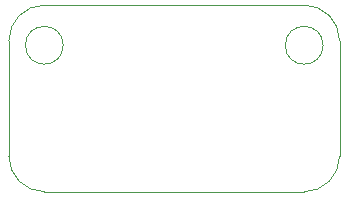
<source format=gm1>
G04 #@! TF.GenerationSoftware,KiCad,Pcbnew,7.0.9*
G04 #@! TF.CreationDate,2025-02-16T20:28:53+01:00*
G04 #@! TF.ProjectId,sao_pcb,73616f5f-7063-4622-9e6b-696361645f70,rev?*
G04 #@! TF.SameCoordinates,Original*
G04 #@! TF.FileFunction,Profile,NP*
%FSLAX46Y46*%
G04 Gerber Fmt 4.6, Leading zero omitted, Abs format (unit mm)*
G04 Created by KiCad (PCBNEW 7.0.9) date 2025-02-16 20:28:53*
%MOMM*%
%LPD*%
G01*
G04 APERTURE LIST*
G04 #@! TA.AperFunction,Profile*
%ADD10C,0.100000*%
G04 #@! TD*
G04 APERTURE END LIST*
D10*
X141000000Y-86400000D02*
G75*
G03*
X144000000Y-89400000I3000000J0D01*
G01*
X166000000Y-89400000D02*
G75*
G03*
X169000000Y-86400000I0J3000000D01*
G01*
X166000000Y-89400000D02*
X144000000Y-89400000D01*
X144000000Y-73600000D02*
G75*
G03*
X141000000Y-76600000I0J-3000000D01*
G01*
X141000000Y-86400000D02*
X141000000Y-76600000D01*
X169000000Y-76600000D02*
G75*
G03*
X166000000Y-73600000I-3000000J0D01*
G01*
X169000000Y-76600000D02*
X169000000Y-86400000D01*
X144000000Y-73600000D02*
X166000000Y-73600000D01*
X145600000Y-77000000D02*
G75*
G03*
X145600000Y-77000000I-1600000J0D01*
G01*
X167600000Y-77000000D02*
G75*
G03*
X167600000Y-77000000I-1600000J0D01*
G01*
M02*

</source>
